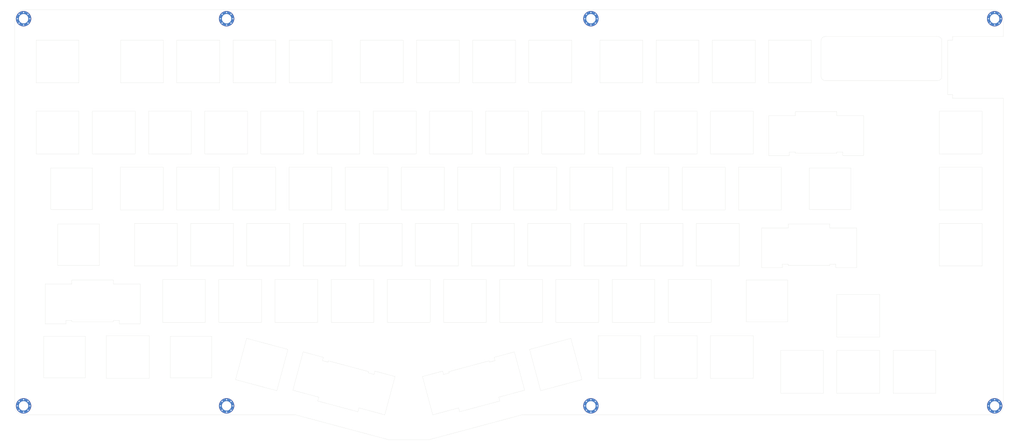
<source format=kicad_pcb>
(kicad_pcb (version 20211014) (generator pcbnew)
  (layers (0 "F.Cu" signal) (31 "B.Cu" signal) (34 "B.Paste" user) (35 "F.Paste" user) (36 "B.SilkS" user "B.Silkscreen") (37 "F.SilkS" user "F.Silkscreen") (38 "B.Mask" user) (39 "F.Mask" user) (44 "Edge.Cuts" user))
  (net 0 "")
  (net 1 "GND")
  (footprint "keyboard:MountingHole_3.2mm_M2_Pad_Via" (layer "F.Cu") (at 376.225 57.57)
    (fp_text reference "MountBaseMiddleTop7" hide)
    (fp_text value "MountingHole")
    (pad "1" thru_hole circle (at 1.49 -1.49) (size 0.7 0.7) (drill 0.4) (layers *.Cu *.Mask))
    (pad "1" thru_hole circle (at -1.49 1.49) (size 0.7 0.7) (drill 0.4) (layers *.Cu *.Mask))
    (pad "1" thru_hole circle (at 0 -2.1) (size 0.7 0.7) (drill 0.4) (layers *.Cu *.Mask))
    (pad "1" thru_hole circle (at 1.49 1.49) (size 0.7 0.7) (drill 0.4) (layers *.Cu *.Mask))
    (pad "1" thru_hole circle (at 0 2.1) (size 0.7 0.7) (drill 0.4) (layers *.Cu *.Mask))
    (pad "1" thru_hole circle (at -2.1 0) (size 0.7 0.7) (drill 0.4) (layers *.Cu *.Mask))
    (pad "1" thru_hole circle (at -1.49 -1.49) (size 0.7 0.7) (drill 0.4) (layers *.Cu *.Mask))
    (pad "1" thru_hole circle (at 2.1 0) (size 0.7 0.7) (drill 0.4) (layers *.Cu *.Mask))
    (pad "1" thru_hole circle (at 0 0) (size 5.2 5.2) (drill 3.2) (layers *.Cu *.Mask))
  )
  (footprint "keyboard:MountingHole_3.2mm_M2_Pad_Via" (layer "F.Cu") (at 115.831016 188.97)
    (fp_text reference "MountBaseMiddleTop4" hide)
    (fp_text value "MountingHole")
    (pad "1" thru_hole circle (at 0 0) (size 5.2 5.2) (drill 3.2) (layers *.Cu *.Mask))
    (pad "1" thru_hole circle (at -1.49 -1.49) (size 0.7 0.7) (drill 0.4) (layers *.Cu *.Mask))
    (pad "1" thru_hole circle (at -2.1 0) (size 0.7 0.7) (drill 0.4) (layers *.Cu *.Mask))
    (pad "1" thru_hole circle (at -1.49 1.49) (size 0.7 0.7) (drill 0.4) (layers *.Cu *.Mask))
    (pad "1" thru_hole circle (at 1.49 1.49) (size 0.7 0.7) (drill 0.4) (layers *.Cu *.Mask))
    (pad "1" thru_hole circle (at 1.49 -1.49) (size 0.7 0.7) (drill 0.4) (layers *.Cu *.Mask))
    (pad "1" thru_hole circle (at 0 2.1) (size 0.7 0.7) (drill 0.4) (layers *.Cu *.Mask))
    (pad "1" thru_hole circle (at 2.1 0) (size 0.7 0.7) (drill 0.4) (layers *.Cu *.Mask))
    (pad "1" thru_hole circle (at 0 -2.1) (size 0.7 0.7) (drill 0.4) (layers *.Cu *.Mask))
  )
  (footprint "keyboard:MountingHole_3.2mm_M2_Pad_Via" (layer "F.Cu") (at 47 188.97)
    (fp_text reference "MountBaseMiddleTop2" hide)
    (fp_text value "MountingHole")
    (pad "1" thru_hole circle (at -2.1 0) (size 0.7 0.7) (drill 0.4) (layers *.Cu *.Mask))
    (pad "1" thru_hole circle (at 0 2.1) (size 0.7 0.7) (drill 0.4) (layers *.Cu *.Mask))
    (pad "1" thru_hole circle (at 1.49 1.49) (size 0.7 0.7) (drill 0.4) (layers *.Cu *.Mask))
    (pad "1" thru_hole circle (at 2.1 0) (size 0.7 0.7) (drill 0.4) (layers *.Cu *.Mask))
    (pad "1" thru_hole circle (at 0 0) (size 5.2 5.2) (drill 3.2) (layers *.Cu *.Mask))
    (pad "1" thru_hole circle (at -1.49 -1.49) (size 0.7 0.7) (drill 0.4) (layers *.Cu *.Mask))
    (pad "1" thru_hole circle (at 1.49 -1.49) (size 0.7 0.7) (drill 0.4) (layers *.Cu *.Mask))
    (pad "1" thru_hole circle (at 0 -2.1) (size 0.7 0.7) (drill 0.4) (layers *.Cu *.Mask))
    (pad "1" thru_hole circle (at -1.49 1.49) (size 0.7 0.7) (drill 0.4) (layers *.Cu *.Mask))
  )
  (footprint "keyboard:MountingHole_3.2mm_M2_Pad_Via" (layer "F.Cu") (at 239.343984 188.97)
    (fp_text reference "MountBaseMiddleTop6" hide)
    (fp_text value "MountingHole")
    (pad "1" thru_hole circle (at 0 -2.1) (size 0.7 0.7) (drill 0.4) (layers *.Cu *.Mask))
    (pad "1" thru_hole circle (at 0 0) (size 5.2 5.2) (drill 3.2) (layers *.Cu *.Mask))
    (pad "1" thru_hole circle (at 0 2.1) (size 0.7 0.7) (drill 0.4) (layers *.Cu *.Mask))
    (pad "1" thru_hole circle (at -1.49 1.49) (size 0.7 0.7) (drill 0.4) (layers *.Cu *.Mask))
    (pad "1" thru_hole circle (at 1.49 -1.49) (size 0.7 0.7) (drill 0.4) (layers *.Cu *.Mask))
    (pad "1" thru_hole circle (at -1.49 -1.49) (size 0.7 0.7) (drill 0.4) (layers *.Cu *.Mask))
    (pad "1" thru_hole circle (at 1.49 1.49) (size 0.7 0.7) (drill 0.4) (layers *.Cu *.Mask))
    (pad "1" thru_hole circle (at 2.1 0) (size 0.7 0.7) (drill 0.4) (layers *.Cu *.Mask))
    (pad "1" thru_hole circle (at -2.1 0) (size 0.7 0.7) (drill 0.4) (layers *.Cu *.Mask))
  )
  (footprint "keyboard:MountingHole_3.2mm_M2_Pad_Via" (layer "F.Cu") (at 47 57.57)
    (fp_text reference "MountBaseMiddleTop1" hide)
    (fp_text value "MountingHole")
    (pad "1" thru_hole circle (at 1.49 -1.49) (size 0.7 0.7) (drill 0.4) (layers *.Cu *.Mask))
    (pad "1" thru_hole circle (at 0 2.1) (size 0.7 0.7) (drill 0.4) (layers *.Cu *.Mask))
    (pad "1" thru_hole circle (at -1.49 -1.49) (size 0.7 0.7) (drill 0.4) (layers *.Cu *.Mask))
    (pad "1" thru_hole circle (at 1.49 1.49) (size 0.7 0.7) (drill 0.4) (layers *.Cu *.Mask))
    (pad "1" thru_hole circle (at 2.1 0) (size 0.7 0.7) (drill 0.4) (layers *.Cu *.Mask))
    (pad "1" thru_hole circle (at 0 0) (size 5.2 5.2) (drill 3.2) (layers *.Cu *.Mask))
    (pad "1" thru_hole circle (at -2.1 0) (size 0.7 0.7) (drill 0.4) (layers *.Cu *.Mask))
    (pad "1" thru_hole circle (at -1.49 1.49) (size 0.7 0.7) (drill 0.4) (layers *.Cu *.Mask))
    (pad "1" thru_hole circle (at 0 -2.1) (size 0.7 0.7) (drill 0.4) (layers *.Cu *.Mask))
  )
  (footprint "keyboard:MountingHole_3.2mm_M2_Pad_Via" (layer "F.Cu") (at 115.831016 57.57)
    (fp_text reference "MountBaseMiddleTop3" hide)
    (fp_text value "MountingHole")
    (pad "1" thru_hole circle (at -2.1 0) (size 0.7 0.7) (drill 0.4) (layers *.Cu *.Mask))
    (pad "1" thru_hole circle (at 1.49 1.49) (size 0.7 0.7) (drill 0.4) (layers *.Cu *.Mask))
    (pad "1" thru_hole circle (at 0 2.1) (size 0.7 0.7) (drill 0.4) (layers *.Cu *.Mask))
    (pad "1" thru_hole circle (at 0 -2.1) (size 0.7 0.7) (drill 0.4) (layers *.Cu *.Mask))
    (pad "1" thru_hole circle (at -1.49 1.49) (size 0.7 0.7) (drill 0.4) (layers *.Cu *.Mask))
    (pad "1" thru_hole circle (at 0 0) (size 5.2 5.2) (drill 3.2) (layers *.Cu *.Mask))
    (pad "1" thru_hole circle (at -1.49 -1.49) (size 0.7 0.7) (drill 0.4) (layers *.Cu *.Mask))
    (pad "1" thru_hole circle (at 1.49 -1.49) (size 0.7 0.7) (drill 0.4) (layers *.Cu *.Mask))
    (pad "1" thru_hole circle (at 2.1 0) (size 0.7 0.7) (drill 0.4) (layers *.Cu *.Mask))
  )
  (footprint "keyboard:MountingHole_3.2mm_M2_Pad_Via" (layer "F.Cu") (at 239.343984 57.57)
    (fp_text reference "MountBaseMiddleTop5" hide)
    (fp_text value "MountingHole")
    (pad "1" thru_hole circle (at 0 2.1) (size 0.7 0.7) (drill 0.4) (layers *.Cu *.Mask))
    (pad "1" thru_hole circle (at 1.49 1.49) (size 0.7 0.7) (drill 0.4) (layers *.Cu *.Mask))
    (pad "1" thru_hole circle (at 1.49 -1.49) (size 0.7 0.7) (drill 0.4) (layers *.Cu *.Mask))
    (pad "1" thru_hole circle (at -1.49 -1.49) (size 0.7 0.7) (drill 0.4) (layers *.Cu *.Mask))
    (pad "1" thru_hole circle (at 2.1 0) (size 0.7 0.7) (drill 0.4) (layers *.Cu *.Mask))
    (pad "1" thru_hole circle (at 0 -2.1) (size 0.7 0.7) (drill 0.4) (layers *.Cu *.Mask))
    (pad "1" thru_hole circle (at -1.49 1.49) (size 0.7 0.7) (drill 0.4) (layers *.Cu *.Mask))
    (pad "1" thru_hole circle (at -2.1 0) (size 0.7 0.7) (drill 0.4) (layers *.Cu *.Mask))
    (pad "1" thru_hole circle (at 0 0) (size 5.2 5.2) (drill 3.2) (layers *.Cu *.Mask))
  )
  (footprint "keyboard:MountingHole_3.2mm_M2_Pad_Via" (layer "F.Cu") (at 376.225 188.97)
    (fp_text reference "MountBaseMiddleTop8" hide)
    (fp_text value "MountingHole")
    (pad "1" thru_hole circle (at -1.49 1.49) (size 0.7 0.7) (drill 0.4) (layers *.Cu *.Mask))
    (pad "1" thru_hole circle (at 0 2.1) (size 0.7 0.7) (drill 0.4) (layers *.Cu *.Mask))
    (pad "1" thru_hole circle (at 0 -2.1) (size 0.7 0.7) (drill 0.4) (layers *.Cu *.Mask))
    (pad "1" thru_hole circle (at 1.49 -1.49) (size 0.7 0.7) (drill 0.4) (layers *.Cu *.Mask))
    (pad "1" thru_hole circle (at 2.1 0) (size 0.7 0.7) (drill 0.4) (layers *.Cu *.Mask))
    (pad "1" thru_hole circle (at -2.1 0) (size 0.7 0.7) (drill 0.4) (layers *.Cu *.Mask))
    (pad "1" thru_hole circle (at -1.49 -1.49) (size 0.7 0.7) (drill 0.4) (layers *.Cu *.Mask))
    (pad "1" thru_hole circle (at 0 0) (size 5.2 5.2) (drill 3.2) (layers *.Cu *.Mask))
    (pad "1" thru_hole circle (at 1.49 1.49) (size 0.7 0.7) (drill 0.4) (layers *.Cu *.Mask))
  )
  (gr_line (start 170.55 107.995) (end 170.55 122.495) (layer "Edge.Cuts") (width 0.05))
  (gr_line (start 203.8875 160.595) (end 189.3875 160.595) (layer "Edge.Cuts") (width 0.05))
  (gr_line (start 89.375 88.945) (end 103.875 88.945) (layer "Edge.Cuts") (width 0.05))
  (gr_line (start 156.05 107.995) (end 170.55 107.995) (layer "Edge.Cuts") (width 0.05))
  (gr_line (start 360.35 64.845) (end 360.35 83.345) (layer "Edge.Cuts") (width 0.05))
  (gr_line (start 156.2625 141.545) (end 141.7625 141.545) (layer "Edge.Cuts") (width 0.05))
  (gr_line (start 137.2125 141.545) (end 122.7125 141.545) (layer "Edge.Cuts") (width 0.05))
  (gr_line (start 67.96 165.35) (end 67.96 179.45) (layer "Edge.Cuts") (width 0.05))
  (gr_line (start 180.225 64.845) (end 194.725 64.845) (layer "Edge.Cuts") (width 0.05))
  (gr_line (start 170.3375 146.095) (end 184.8375 146.095) (layer "Edge.Cuts") (width 0.05))
  (gr_line (start 314.075 64.845) (end 314.075 79.345) (layer "Edge.Cuts") (width 0.05))
  (gr_line (start 213.4125 141.545) (end 198.9125 141.545) (layer "Edge.Cuts") (width 0.05))
  (gr_line (start 232.55331 166.063814) (end 236.306186 180.069738) (layer "Edge.Cuts") (width 0.05))
  (gr_line (start 357.45 141.545) (end 357.45 127.045) (layer "Edge.Cuts") (width 0.05))
  (gr_line (start 127.475 103.445) (end 127.475 88.945) (layer "Edge.Cuts") (width 0.05))
  (gr_line (start 251.5125 127.045) (end 251.5125 141.545) (layer "Edge.Cuts") (width 0.05))
  (gr_line (start 160.334777 190.972937) (end 146.715223 187.323588) (layer "Edge.Cuts") (width 0.05))
  (gr_line (start 241.775 165.145) (end 256.275 165.145) (layer "Edge.Cuts") (width 0.05))
  (gr_line (start 356.85 78.595) (end 318.85 78.595) (layer "Edge.Cuts") (width 0.05))
  (gr_line (start 132.45 122.495) (end 117.95 122.495) (layer "Edge.Cuts") (width 0.05))
  (gr_line (start 89.5875 179.645) (end 75.0875 179.645) (layer "Edge.Cuts") (width 0.05))
  (gr_line (start 194.725 64.845) (end 194.725 79.345) (layer "Edge.Cuts") (width 0.05))
  (gr_line (start 322.7375 151.145) (end 337.2375 151.145) (layer "Edge.Cuts") (width 0.05))
  (gr_line (start 280.0875 160.595) (end 265.5875 160.595) (layer "Edge.Cuts") (width 0.05))
  (gr_line (start 218.175 103.445) (end 203.675 103.445) (layer "Edge.Cuts") (width 0.05))
  (gr_line (start 89.375 103.445) (end 89.375 88.945) (layer "Edge.Cuts") (width 0.05))
  (gr_line (start 279.875 88.945) (end 294.375 88.945) (layer "Edge.Cuts") (width 0.05))
  (gr_line (start 44 188.97) (end 44 57.57) (layer "Edge.Cuts") (width 0.05))
  (gr_line (start 203.675 103.445) (end 203.675 88.945) (layer "Edge.Cuts") (width 0.05))
  (gr_line (start 198.9125 141.545) (end 198.9125 127.045) (layer "Edge.Cuts") (width 0.05))
  (gr_line (start 371.95 103.445) (end 357.45 103.445) (layer "Edge.Cuts") (width 0.05))
  (gr_line (start 280.525 79.345) (end 280.525 64.845) (layer "Edge.Cuts") (width 0.05))
  (gr_line (start 297.18975 128.6054) (end 306.2675 128.6054) (layer "Edge.Cuts") (width 0.05))
  (gr_line (start 306.65 103.9674) (end 299.57 103.9674) (layer "Edge.Cuts") (width 0.05))
  (gr_line (start 306.2675 140.899) (end 304.26875 140.899) (layer "Edge.Cuts") (width 0.05))
  (gr_line (start 165.575 103.445) (end 165.575 88.945) (layer "Edge.Cuts") (width 0.05))
  (gr_line (start 295.025 64.845) (end 295.025 79.345) (layer "Edge.Cuts") (width 0.05))
  (gr_line (start 108.6375 146.095) (end 108.6375 160.595) (layer "Edge.Cuts") (width 0.05))
  (gr_line (start 313.415 122.3) (end 313.415 108.2) (layer "Edge.Cuts") (width 0.05))
  (gr_line (start 122.925 103.445) (end 108.425 103.445) (layer "Edge.Cuts") (width 0.05))
  (gr_line (start 180.075 88.945) (end 180.075 103.445) (layer "Edge.Cuts") (width 0.05))
  (gr_line (start 51.275 64.845) (end 65.775 64.845) (layer "Edge.Cuts") (width 0.05))
  (gr_line (start 237.0125 127.045) (end 251.5125 127.045) (layer "Edge.Cuts") (width 0.05))
  (gr_line (start 184.8375 146.095) (end 184.8375 160.595) (layer "Edge.Cuts") (width 0.05))
  (gr_line (start 70.325 103.445) (end 70.325 88.945) (layer "Edge.Cuts") (width 0.05))
  (gr_line (start 379.225 57.57) (end 379.225 63.595) (layer "Edge.Cuts") (width 0.05))
  (gr_line (start 242.425 79.345) (end 242.425 64.845) (layer "Edge.Cuts") (width 0.05))
  (gr_line (start 256.0625 127.045) (end 270.5625 127.045) (layer "Edge.Cuts") (width 0.05))
  (gr_line (start 275.1125 141.545) (end 275.1125 127.045) (layer "Edge.Cuts") (width 0.05))
  (gr_line (start 58.62 141.35) (end 58.62 127.25) (layer "Edge.Cuts") (width 0.05))
  (gr_line (start 275.325 88.945) (end 275.325 103.445) (layer "Edge.Cuts") (width 0.05))
  (gr_line (start 151.575 79.345) (end 137.075 79.345) (layer "Edge.Cuts") (width 0.05))
  (gr_line (start 86.56125 161.1174) (end 86.56025 147.6554) (layer "Edge.Cuts") (width 0.05))
  (gr_line (start 327.515 122.3) (end 313.415 122.3) (layer "Edge.Cuts") (width 0.05))
  (gr_line (start 218.325 79.345) (end 218.325 64.845) (layer "Edge.Cuts") (width 0.05))
  (gr_line (start 322.75 102.799) (end 324.75 102.799) (layer "Edge.Cuts") (width 0.05))
  (gr_line (start 53.86 179.45) (end 53.86 165.35) (layer "Edge.Cuts") (width 0.05))
  (gr_line (start 199.125 88.945) (end 199.125 103.445) (layer "Edge.Cuts") (width 0.05))
  (gr_line (start 163.867398 177.789015) (end 163.984125 177.353383) (layer "Edge.Cuts") (width 0.05))
  (gr_line (start 132.2375 160.595) (end 132.2375 146.095) (layer "Edge.Cuts") (width 0.05))
  (gr_line (start 241.775 88.945) (end 256.275 88.945) (layer "Edge.Cuts") (width 0.05))
  (gr_line (start 156.2625 127.045) (end 156.2625 141.545) (layer "Edge.Cuts") (width 0.05))
  (gr_line (start 103.875 88.945) (end 103.875 103.445) (layer "Edge.Cuts") (width 0.05))
  (gr_line (start 137.075 79.345) (end 137.075 64.845) (layer "Edge.Cuts") (width 0.05))
  (gr_line (start 75.0875 165.145) (end 89.5875 165.145) (layer "Edge.Cuts") (width 0.05))
  (gr_line (start 308.65 102.799) (end 306.65 102.799) (layer "Edge.Cuts") (width 0.05))
  (gr_line (start 256.275 179.645) (end 241.775 179.645) (layer "Edge.Cuts") (width 0.05))
  (gr_line (start 361.95 63.595) (end 379.225 63.595) (layer "Edge.Cuts") (width 0.05))
  (gr_line (start 175.3125 127.045) (end 175.3125 141.545) (layer "Edge.Cuts") (width 0.05))
  (gr_line (start 208.459777 187.323589) (end 194.840223 190.972937) (layer "Edge.Cuts") (width 0.05))
  (gr_line (start 261.0375 160.595) (end 246.5375 160.595) (layer "Edge.Cuts") (width 0.05))
  (gr_line (start 84.825 88.945) (end 84.825 103.445) (layer "Edge.Cuts") (width 0.05))
  (gr_line (start 132.874738 183.822614) (end 118.868814 180.069738) (layer "Edge.Cuts") (width 0.05))
  (gr_line (start 103.875 103.445) (end 89.375 103.445) (layer "Edge.Cuts") (width 0.05))
  (gr_line (start 113.475 64.845) (end 113.475 79.345) (layer "Edge.Cuts") (width 0.05))
  (gr_line (start 208.65 107.995) (end 208.65 122.495) (layer "Edge.Cuts") (width 0.05))
  (gr_line (start 320.3675 140.899) (end 322.36875 140.899) (layer "Edge.Cuts") (width 0.05))
  (gr_line (start 175.1 122.495) (end 175.1 107.995) (layer "Edge.Cuts") (width 0.05))
  (gr_line (start 317.35 77.095) (end 317.35 65.095) (layer "Edge.Cuts") (width 0.05))
  (gr_line (start 256.925 79.345) (end 242.425 79.345) (layer "Edge.Cuts") (width 0.05))
  (gr_line (start 89.5875 165.145) (end 89.5875 179.645) (layer "Edge.Cuts") (width 0.05))
  (gr_line (start 232.825 79.345) (end 218.325 79.345) (layer "Edge.Cuts") (width 0.05))
  (gr_line (start 379.225 84.595) (end 379.225 188.97) (layer "Edge.Cuts") (width 0.05))
  (gr_line (start 146.525 103.445) (end 146.525 88.945) (layer "Edge.Cuts") (width 0.05))
  (gr_line (start 110.8225 179.45) (end 96.7225 179.45) (layer "Edge.Cuts") (width 0.05))
  (gr_line (start 320.3675 127.25) (end 320.3675 128.6054) (layer "Edge.Cuts") (width 0.05))
  (gr_line (start 246.75 107.995) (end 246.75 122.495) (layer "Edge.Cuts") (width 0.05))
  (gr_line (start 232.25 107.995) (end 246.75 107.995) (layer "Edge.Cuts") (width 0.05))
  (gr_line (start 314.075 79.345) (end 299.575 79.345) (layer "Edge.Cuts") (width 0.05))
  (gr_line (start 322.36875 142.0674) (end 329.44875 142.0674) (layer "Edge.Cuts") (width 0.05))
  (gr_line (start 63.38 159.949) (end 61.38125 159.949) (layer "Edge.Cuts") (width 0.05))
  (gr_line (start 371.95 107.995) (end 371.95 122.495) (layer "Edge.Cuts") (width 0.05))
  (gr_line (start 208.4375 146.095) (end 222.9375 146.095) (layer "Edge.Cuts") (width 0.05))
  (gr_line (start 189.6 122.495) (end 175.1 122.495) (layer "Edge.Cuts") (width 0.05))
  (gr_line (start 371.95 127.045) (end 371.95 141.545) (layer "Edge.Cuts") (width 0.05))
  (gr_line (start 189.6 107.995) (end 189.6 122.495) (layer "Edge.Cuts") (width 0.05))
  (gr_line (start 170.75857 200.469915) (end 184.41643 200.469915) (layer "Edge.Cuts") (width 0.05))
  (gr_line (start 291.9825 146.3) (end 306.0825 146.3) (layer "Edge.Cuts") (width 0.05))
  (gr_line (start 357.45 122.495) (end 357.45 107.995) (layer "Edge.Cuts") (width 0.05))
  (gr_line (start 127.6875 160.595) (end 113.1875 160.595) (layer "Edge.Cuts") (width 0.05))
  (gr_line (start 163.867398 177.789015) (end 165.79925 178.306653) (layer "Edge.Cuts") (width 0.05))
  (gr_line (start 227.4875 160.595) (end 227.4875 146.095) (layer "Edge.Cuts") (width 0.05))
  (gr_line (start 213.395359 170.661002) (end 216.878615 183.664555) (layer "Edge.Cuts") (width 0.05))
  (gr_line (start 132.525 64.845) (end 132.525 79.345) (layer "Edge.Cuts") (width 0.05))
  (gr_line (start 357.45 127.045) (end 371.95 127.045) (layer "Edge.Cuts") (width 0.05))
  (gr_line (start 275.975 64.845) (end 275.975 79.345) (layer "Edge.Cuts") (width 0.05))
  (gr_arc (start 358.35 77.095) (mid 357.91066 78.15566) (end 356.85 78.595) (layer "Edge.Cuts") (width 0.05))
  (gr_line (start 148.618396 172.493441) (end 148.315992 173.622028) (layer "Edge.Cuts") (width 0.05))
  (gr_line (start 306.0825 160.4) (end 291.9825 160.4) (layer "Edge.Cuts") (width 0.05))
  (gr_line (start 289.6125 141.545) (end 275.1125 141.545) (layer "Edge.Cuts") (width 0.05))
  (gr_line (start 96.7225 165.35) (end 110.8225 165.35) (layer "Edge.Cuts") (width 0.05))
  (gr_line (start 117.95 107.995) (end 132.45 107.995) (layer "Edge.Cuts") (width 0.05))
  (gr_line (start 117.95 122.495) (end 117.95 107.995) (layer "Edge.Cuts") (width 0.05))
  (gr_line (start 77.48 159.949) (end 79.48125 159.949) (layer "Edge.Cuts") (width 0.05))
  (gr_line (start 65.775 103.445) (end 51.275 103.445) (layer "Edge.Cuts") (width 0.05))
  (gr_line (start 198.9125 127.045) (end 213.4125 127.045) (layer "Edge.Cuts") (width 0.05))
  (gr_line (start 241.9875 146.095) (end 241.9875 160.595) (layer "Edge.Cuts") (width 0.05))
  (gr_line (start 357.45 103.445) (end 357.45 88.945) (layer "Edge.Cuts") (width 0.05))
  (gr_line (start 70.34 108.2) (end 70.34 122.3) (layer "Edge.Cuts") (width 0.05))
  (gr_line (start 182.234591 179.010505) (end 185.719779 192.013539) (layer "Edge.Cuts") (width 0.05))
  (gr_line (start 136.627614 169.81669) (end 132.874738 183.822614) (layer "Edge.Cuts") (width 0.05))
  (gr_line (start 170.3375 160.595) (end 170.3375 146.095) (layer "Edge.Cuts") (width 0.05))
  (gr_line (start 294.375 103.445) (end 279.875 103.445) (layer "Edge.Cuts") (width 0.05))
  (gr_line (start 194.840223 190.972937) (end 194.48942 189.663721) (layer "Edge.Cuts") (width 0.05))
  (gr_line (start 270.35 107.995) (end 284.85 107.995) (layer "Edge.Cuts") (width 0.05))
  (gr_line (start 79.925 79.345) (end 79.925 64.845) (layer "Edge.Cuts") (width 0.05))
  (gr_line (start 72.72 127.25) (end 72.72 141.35) (layer "Edge.Cuts") (width 0.05))
  (gr_line (start 227.7 122.495) (end 213.2 122.495) (layer "Edge.Cuts") (width 0.05))
  (gr_arc (start 356.85 63.595) (mid 357.91066 64.03434) (end 358.35 65.095) (layer "Edge.Cuts") (width 0.05))
  (gr_line (start 371.95 88.945) (end 371.95 103.445) (layer "Edge.Cuts") (width 0.05))
  (gr_line (start 241.775 179.645) (end 241.775 165.145) (layer "Edge.Cuts") (width 0.05))
  (gr_line (start 113.1875 160.595) (end 113.1875 146.095) (layer "Edge.Cuts") (width 0.05))
  (gr_line (start 165.575 88.945) (end 180.075 88.945) (layer "Edge.Cuts") (width 0.05))
  (gr_line (start 313.415 108.2) (end 327.515 108.2) (layer "Edge.Cuts") (width 0.05))
  (gr_line (start 222.9375 160.595) (end 208.4375 160.595) (layer "Edge.Cuts") (width 0.05))
  (gr_line (start 137 107.995) (end 151.5 107.995) (layer "Edge.Cuts") (width 0.05))
  (gr_line (start 199.275 64.845) (end 213.775 64.845) (layer "Edge.Cuts") (width 0.05))
  (gr_line (start 218.175 88.945) (end 218.175 103.445) (layer "Edge.Cuts") (width 0.05))
  (gr_line (start 103.6625 127.045) (end 118.1625 127.045) (layer "Edge.Cuts") (width 0.05))
  (gr_line (start 304.26875 140.899) (end 304.26875 142.0674) (layer "Edge.Cuts") (width 0.05))
  (gr_line (start 337.2375 165.645) (end 322.7375 165.645) (layer "Edge.Cuts") (width 0.05))
  (gr_line (start 94.425 79.345) (end 79.925 79.345) (layer "Edge.Cuts") (width 0.05))
  (gr_line (start 94.35 107.995) (end 94.35 122.495) (layer "Edge.Cuts") (width 0.05))
  (gr_line (start 54.30125 161.1174) (end 54.30225 147.6554) (layer "Edge.Cuts") (width 0.05))
  (gr_line (start 122.7125 141.545) (end 122.7125 127.045) (layer "Edge.Cuts") (width 0.05))
  (gr_line (start 304.26875 142.0674) (end 297.18875 142.0674) (layer "Edge.Cuts") (width 0.05))
  (gr_line (start 189.073346 177.178066) (end 182.234591 179.010505) (layer "Edge.Cuts") (width 0.05))
  (gr_line (start 213.775 79.345) (end 199.275 79.345) (layer "Edge.Cuts") (width 0.05))
  (gr_line (start 320.3675 141.35) (end 306.2675 141.35) (layer "Edge.Cuts") (width 0.05))
  (gr_line (start 216.138543 191.97) (end 376.225 191.97) (layer "Edge.Cuts") (width 0.05))
  (gr_line (start 194.15 107.995) (end 208.65 107.995) (layer "Edge.Cuts") (width 0.05))
  (gr_line (start 146.7375 160.595) (end 132.2375 160.595) (layer "Edge.Cuts") (width 0.05))
  (gr_line (start 331.829 90.5054) (end 322.75 90.5054) (layer "Edge.Cuts") (width 0.05))
  (gr_line (start 65.775 64.845) (end 65.775 79.345) (layer "Edge.Cuts") (width 0.05))
  (gr_line (start 232.825 64.845) (end 232.825 79.345) (layer "Edge.Cuts") (width 0.05))
  (gr_line (start 337.2375 151.145) (end 337.2375 165.645) (layer "Edge.Cuts") (width 0.05))
  (gr_line (start 137 122.495) (end 137 107.995) (layer "Edge.Cuts") (width 0.05))
  (gr_line (start 260.825 165.145) (end 275.325 165.145) (layer "Edge.Cuts") (width 0.05))
  (gr_line (start 284.85 122.495) (end 270.35 122.495) (layer "Edge.Cuts") (width 0.05))
  (gr_line (start 261.475 64.845) (end 275.975 64.845) (layer "Edge.Cuts") (width 0.05))
  (gr_line (start 242.425 64.845) (end 256.925 64.845) (layer "Edge.Cuts") (width 0.05))
  (gr_arc (start 318.85 78.595) (mid 317.78934 78.15566) (end 317.35 77.095) (layer "Edge.Cuts") (width 0.05))
  (gr_line (start 256.275 88.945) (end 256.275 103.445) (layer "Edge.Cuts") (width 0.05))
  (gr_line (start 275.325 103.445) (end 260.825 103.445) (layer "Edge.Cuts") (width 0.05))
  (gr_line (start 356.2875 184.695) (end 341.7875 184.695) (layer "Edge.Cuts") (width 0.05))
  (gr_line (start 67.96 179.45) (end 53.86 179.45) (layer "Edge.Cuts") (width 0.05))
  (gr_line (start 206.556604 172.493441) (end 213.395359 170.661002) (layer "Edge.Cuts") (width 0.05))
  (gr_line (start 70.34 122.3) (end 56.24 122.3) (layer "Edge.Cuts") (width 0.05))
  (gr_line (start 122.925 88.945) (end 122.925 103.445) (layer "Edge.Cuts") (width 0.05))
  (gr_line (start 65.775 79.345) (end 51.275 79.345) (layer "Edge.Cuts") (width 0.05))
  (gr_arc (start 47 191.97) (mid 44.87868 191.09132) (end 44 188.97) (layer "Edge.Cuts") (width 0.05))
  (gr_line (start 170.55 122.495) (end 156.05 122.495) (layer "Edge.Cuts") (width 0.05))
  (gr_line (start 141.975 88.945) (end 141.975 103.445) (layer "Edge.Cuts") (width 0.05))
  (gr_line (start 113.4 107.995) (end 113.4 122.495) (layer "Edge.Cuts") (width 0.05))
  (gr_line (start 227.7 107.995) (end 227.7 122.495) (layer "Edge.Cuts") (width 0.05))
  (gr_line (start 308.65 89.15) (end 322.75 89.15) (layer "Edge.Cuts") (width 0.05))
  (gr_line (start 361.95 84.595) (end 379.225 84.595) (layer "Edge.Cuts") (width 0.05))
  (gr_line (start 75.0875 179.645) (end 75.0875 165.145) (layer "Edge.Cuts") (width 0.05))
  (gr_line (start 306.2675 140.899) (end 306.2675 141.35) (layer "Edge.Cuts") (width 0.05))
  (gr_line (start 265.8 107.995) (end 265.8 122.495) (layer "Edge.Cuts") (width 0.05))
  (gr_line (start 189.073346 177.178066) (end 189.37575 178.306654) (layer "Edge.Cuts") (width 0.05))
  (gr_line (start 265.5875 160.595) (end 265.5875 146.095) (layer "Edge.Cuts") (width 0.05))
  (gr_line (start 79.48125 161.1174) (end 79.48125 159.949) (layer "Edge.Cuts") (width 0.05))
  (gr_line (start 113.4 122.495) (end 98.9 122.495) (layer "Edge.Cuts") (width 0.05))
  (gr_line (start 65.775 88.945) (end 65.775 103.445) (layer "Edge.Cuts") (width 0.05))
  (gr_line (start 303.6875 170.195) (end 318.1875 170.195) (layer "Edge.Cuts") (width 0.05))
  (gr_line (start 160.8125 127.045) (end 175.3125 127.045) (layer "Edge.Cuts") (width 0.05))
  (gr_line (start 72.72 141.35) (end 58.62 141.35) (layer "Edge.Cuts") (width 0.05))
  (gr_line (start 79.85 122.495) (end 79.85 107.995) (layer "Edge.Cuts") (width 0.05))
  (gr_line (start 337.2375 170.195) (end 337.2375 184.695) (layer "Edge.Cuts") (width 0.05))
  (gr_arc (start 379.225 188.97) (mid 378.34632 191.09132) (end 376.225 191.97) (layer "Edge.Cuts") (width 0.05))
  (gr_line (start 151.5 122.495) (end 137 122.495) (layer "Edge.Cuts") (width 0.05))
  (gr_line (start 308.65 102.799) (end 308.65 103.25) (layer "Edge.Cuts") (width 0.05))
  (gr_line (start 184.8375 160.595) (end 170.3375 160.595) (layer "Edge.Cuts") (width 0.05))
  (gr_line (start 299.57 103.9674) (end 299.571 90.5054) (layer "Edge.Cuts") (width 0.05))
  (gr_line (start 118.868814 180.069738) (end 122.62169 166.063814) (layer "Edge.Cuts") (width 0.05))
  (gr_line (start 299.571 90.5054) (end 308.65 90.5054) (layer "Edge.Cuts") (width 0.05))
  (gr_line (start 137.2125 127.045) (end 137.2125 141.545) (layer "Edge.Cuts") (width 0.05))
  (gr_line (start 208.65 122.495) (end 194.15 122.495) (layer "Edge.Cuts") (width 0.05))
  (gr_line (start 322.75 102.799) (end 322.75 103.25) (layer "Edge.Cuts") (width 0.05))
  (gr_line (start 361.95 83.345) (end 360.35 83.345) (layer "Edge.Cuts") (width 0.05))
  (gr_line (start 63.38 146.3) (end 63.38 147.6554) (layer "Edge.Cuts") (width 0.05))
  (gr_line (start 371.95 141.545) (end 357.45 141.545) (layer "Edge.Cuts") (width 0.05))
  (gr_line (start 222.9375 146.095) (end 222.9375 160.595) (layer "Edge.Cuts") (width 0.05))
  (gr_line (start 191.307602 177.789015) (end 191.190875 177.353383) (layer "Edge.Cuts") (width 0.05))
  (gr_line (start 175.3125 141.545) (end 160.8125 141.545) (layer "Edge.Cuts") (width 0.05))
  (gr_line (start 295.025 79.345) (end 280.525 79.345) (layer "Edge.Cuts") (width 0.05))
  (gr_line (start 79.48125 161.1174) (end 86.56125 161.1174) (layer "Edge.Cuts") (width 0.05))
  (gr_line (start 137.075 64.845) (end 151.575 64.845) (layer "Edge.Cuts") (width 0.05))
  (gr_line (start 327.515 108.2) (end 327.515 122.3) (layer "Edge.Cuts") (width 0.05))
  (gr_line (start 260.825 103.445) (end 260.825 88.945) (layer "Edge.Cuts") (width 0.05))
  (gr_line (start 98.9 122.495) (end 98.9 107.995) (layer "Edge.Cuts") (width 0.05))
  (gr_line (start 146.7375 146.095) (end 146.7375 160.595) (layer "Edge.Cuts") (width 0.05))
  (gr_line (start 84.825 103.445) (end 70.325 103.445) (layer "Edge.Cuts") (width 0.05))
  (gr_line (start 70.325 88.945) (end 84.825 88.945) (layer "Edge.Cuts") (width 0.05))
  (gr_line (start 165.7875 146.095) (end 165.7875 160.595) (layer "Edge.Cuts") (width 0.05))
  (gr_line (start 139.036457 191.97) (end 47 191.97) (layer "Edge.Cuts") (width 0.05))
  (gr_line (start 256.275 103.445) (end 241.775 103.445) (layer "Edge.Cuts") (width 0.05))
  (gr_line (start 203.8875 146.095) (end 203.8875 160.595) (layer "Edge.Cuts") (width 0.05))
  (gr_line (start 279.875 103.445) (end 279.875 88.945) (layer "Edge.Cuts") (width 0.05))
  (gr_line (start 139.036457 191.97) (end 170.75857 200.469915) (layer "Edge.Cuts") (width 0.05))
  (gr_line (start 118.025 64.845) (end 132.525 64.845) (layer "Edge.Cuts") (width 0.05))
  (gr_line (start 356.2875 170.195) (end 356.2875 184.695) (layer "Edge.Cuts") (width 0.05))
  (gr_line (start 232.25 122.495) (end 232.25 107.995) (layer "Edge.Cuts") (width 0.05))
  (gr_line (start 127.475 88.945) (end 141.975 88.945) (layer "Edge.Cuts") (width 0.05))
  (gr_line (start 141.779641 170.661002) (end 138.296385 183.664554) (layer "Edge.Cuts") (width 0.05))
  (gr_line (start 184.41643 200.469915) (end 216.138543 191.97) (layer "Edge.Cuts") (width 0.05))
  (gr_line (start 77.48 159.949) (end 77.48 160.4) (layer "Edge.Cuts") (width 0.05))
  (gr_line (start 194.3625 127.045) (end 194.3625 141.545) (layer "Edge.Cuts") (width 0.05))
  (gr_line (start 256.0625 141.545) (end 256.0625 127.045) (layer "Edge.Cuts") (width 0.05))
  (gr_line (start 122.7125 127.045) (end 137.2125 127.045) (layer "Edge.Cuts") (width 0.05))
  (gr_line (start 132.2375 146.095) (end 146.7375 146.095) (layer "Edge.Cuts") (width 0.05))
  (gr_line (start 172.940409 179.010504) (end 169.455221 192.013539) (layer "Edge.Cuts") (width 0.05))
  (gr_line (start 241.775 103.445) (end 241.775 88.945) (layer "Edge.Cuts") (width 0.05))
  (gr_line (start 208.4375 160.595) (end 208.4375 146.095) (layer "Edge.Cuts") (width 0.05))
  (gr_line (start 204.927156 174.139667) (end 206.859008 173.622029) (layer "Edge.Cuts") (width 0.05))
  (gr_line (start 156.05 122.495) (end 156.05 107.995) (layer "Edge.Cuts") (width 0.05))
  (gr_line (start 275.1125 127.045) (end 289.6125 127.045) (layer "Edge.Cuts") (width 0.05))
  (gr_line (start 113.475 79.345) (end 98.975 79.345) (layer "Edge.Cuts") (width 0.05))
  (gr_line (start 118.1625 127.045) (end 118.1625 141.545) (layer "Edge.Cuts") (width 0.05))
  (gr_line (start 184.625 103.445) (end 184.625 88.945) (layer "Edge.Cuts") (width 0.05))
  (gr_line (start 361.95 83.345) (end 361.95 84.595) (layer "Edge.Cuts") (width 0.05))
  (gr_line (start 303.9 122.495) (end 289.4 122.495) (layer "Edge.Cuts") (width 0.05))
  (gr_line (start 132.525 79.345) (end 118.025 79.345) (layer "Edge.Cuts") (width 0.05))
  (gr_line (start 329.44775 128.6054) (end 320.3675 128.6054) (layer "Edge.Cuts") (width 0.05))
  (gr_line (start 297.18875 142.0674) (end 297.18975 128.6054) (layer "Edge.Cuts") (width 0.05))
  (gr_line (start 371.95 122.495) (end 357.45 122.495) (layer "Edge.Cuts") (width 0.05))
  (gr_line (start 213.2 122.495) (end 213.2 107.995) (layer "Edge.Cuts") (width 0.05))
  (gr_arc (start 317.35 65.095) (mid 317.78934 64.03434) (end 318.85 63.595) (layer "Edge.Cuts") (width 0.05))
  (gr_line (start 175.675 79.345) (end 161.175 79.345) (layer "Edge.Cuts") (width 0.05))
  (gr_line (start 151.5 107.995) (end 151.5 122.495) (layer "Edge.Cuts") (width 0.05))
  (gr_line (start 151.2875 160.595) (end 151.2875 146.095) (layer "Edge.Cuts") (width 0.05))
  (gr_line (start 94.35 122.495) (end 79.85 122.495) (layer "Edge.Cuts") (width 0.05))
  (gr_line (start 237.0125 141.545) (end 237.0125 127.045) (layer "Edge.Cuts") (width 0.05))
  (gr_line (start 51.275 79.345) (end 51.275 64.845) (layer "Edge.Cuts") (width 0.05))
  (gr_line (start 246.75 122.495) (end 232.25 122.495) (layer "Edge.Cuts") (width 0.05))
  (gr_line (start 146.715223 187.323588) (end 147.066026 186.014372) (layer "Edge.Cuts") (width 0.05))
  (gr_line (start 357.45 88.945) (end 371.95 88.945) (layer "Edge.Cuts") (width 0.05))
  (gr_line (start 256.275 165.145) (end 256.275 179.645) (layer "Edge.Cuts") (width 0.05))
  (gr_line (start 118.1625 141.545) (end 103.6625 141.545) (layer "Edge.Cuts") (width 0.05))
  (gr_line (start 165.79925 178.306653) (end 166.101654 177.178065) (layer "Edge.Cuts") (width 0.05))
  (gr_line (start 108.425 88.945) (end 122.925 88.945) (layer "Edge.Cuts") (width 0.05))
  (gr_line (start 270.5625 127.045) (end 270.5625 141.545) (layer "Edge.Cuts") (width 0.05))
  (gr_line (start 232.4625 127.045) (end 232.4625 141.545) (layer "Edge.Cuts") (width 0.05))
  (gr_line (start 63.38 159.949) (end 63.38 160.4) (layer "Edge.Cuts") (width 0.05))
  (gr_arc (start 44 57.57) (mid 44.87868 55.44868) (end 47 54.57) (layer "Edge.Cuts") (width 0.05))
  (gr_line (start 108.6375 160.595) (end 94.1375 160.595) (layer "Edge.Cuts") (width 0.05))
  (gr_line (start 99.1125 127.045) (end 99.1125 141.545) (layer "Edge.Cuts") (width 0.05))
  (gr_line (start 213.4125 127.045) (end 213.4125 141.545) (layer "Edge.Cuts") (width 0.05))
  (gr_line (start 213.775 64.845) (end 213.775 79.345) (layer "Edge.Cuts") (width 0.05))
  (gr_line (start 77.48 160.4) (end 63.38 160.4) (layer "Edge.Cuts") (width 0.05))
  (gr_line (start 261.475 79.345) (end 261.475 64.845) (layer "Edge.Cuts") (width 0.05))
  (gr_line (start 203.675 88.945) (end 218.175 88.945) (layer "Edge.Cuts") (width 0.05))
  (gr_line (start 51.275 103.445) (end 51.275 88.945) (layer "Edge.Cuts") (width 0.05))
  (gr_line (start 122.62169 166.063814) (end 136.627614 169.81669) (layer "Edge.Cuts") (width 0.05))
  (gr_line (start 222.725 88.945) (end 237.225 88.945) (layer "Edge.Cuts") (width 0.05))
  (gr_line (start 216.878615 183.664555) (end 208.108974 186.014373) (layer "Edge.Cuts") (width 0.05))
  (gr_line (start 306.2675 127.25) (end 306.2675 128.6054) (layer "Edge.Cuts") (width 0.05))
  (gr_line (start 103.6625 141.545) (end 103.6625 127.045) (layer "Edge.Cuts") (width 0.05))
  (gr_line (start 337.2375 184.695) (end 322.7375 184.695) (layer "Edge.Cuts") (width 0.05))
  (gr_line (start 148.618396 172.493441) (end 141.779641 170.661002) (layer "Edge.Cuts") (width 0.05))
  (gr_line (start 306.2675 127.25) (end 320.3675 127.25) (layer "Edge.Cuts") (width 0.05))
  (gr_line (start 146.525 88.945) (end 161.025 88.945) (layer "Edge.Cuts") (width 0.05))
  (gr_line (start 322.7375 184.695) (end 322.7375 170.195) (layer "Edge.Cuts") (width 0.05))
  (gr_line (start 218.547386 169.81669) (end 232.55331 166.063814) (layer "Edge.Cuts") (width 0.05))
  (gr_line (start 160.334777 190.972937) (end 160.68558 189.663721) (layer "Edge.Cuts") (width 0.05))
  (gr_line (start 94.425 64.845) (end 94.425 79.345) (layer "Edge.Cuts") (width 0.05))
  (gr_line (start 194.15 122.495) (end 194.15 107.995) (layer "Edge.Cuts") (width 0.05))
  (gr_line (start 322.75 89.15) (end 322.75 90.5054) (layer "Edge.Cuts") (width 0.05))
  (gr_line (start 241.9875 160.595) (end 227.4875 160.595) (layer "Edge.Cuts") (width 0.05))
  (gr_line (start 191.190875 177.353383) (end 204.810429 173.704034) (layer "Edge.Cuts") (width 0.05))
  (gr_line (start 58.62 127.25) (end 72.72 127.25) (layer "Edge.Cuts") (width 0.05))
  (gr_line (start 180.225 79.345) (end 180.225 64.845) (layer "Edge.Cuts") (width 0.05))
  (gr_line (start 270.35 122.495) (end 270.35 107.995) (layer "Edge.Cuts") (width 0.05))
  (gr_line (start 291.9825 160.4) (end 291.9825 146.3) (layer "Edge.Cuts") (width 0.05))
  (gr_line (start 256.925 64.845) (end 256.925 79.345) (layer "Edge.Cuts") (width 0.05))
  (gr_line (start 217.9625 141.545) (end 217.9625 127.045) (layer "Edge.Cuts") (width 0.05))
  (gr_line (start 151.575 64.845) (end 151.575 79.345) (layer "Edge.Cuts") (width 0.05))
  (gr_line (start 232.4625 141.545) (end 217.9625 141.545) (layer "Edge.Cuts") (width 0.05))
  (gr_line (start 308.65 89.15) (end 308.65 90.5054) (layer "Edge.Cuts") (width 0.05))
  (gr_line (start 110.8225 165.35) (end 110.8225 179.45) (layer "Edge.Cuts") (width 0.05))
  (gr_line (start 294.375 165.145) (end 294.375 179.645) (layer "Edge.Cuts") (width 0.05))
  (gr_line (start 191.307602 177.789015) (end 189.37575 178.306654) (layer "Edge.Cuts") (width 0.05))
  (gr_line (start 237.225 88.945) (end 237.225 103.445) (layer "Edge.Cuts") (width 0.05))
  (gr_line (start 284.85 107.995) (end 284.85 122.495) (layer "Edge.Cuts") (width 0.05))
  (gr_line (start 79.85 107.995) (end 94.35 107.995) (layer "Edge.Cuts") (width 0.05))
  (gr_line (start 47 54.57) (end 376.225 54.57) (layer "Edge.Cuts") (width 0.05))
  (gr_line (start 322.7375 165.645) (end 322.7375 151.145) (layer "Edge.Cuts") (width 0.05))
  (gr_line (start 299.575 64.845) (end 314.075 64.845) (layer "Edge.Cuts") (width 0.05))
  (gr_line (start 289.4 122.495) (end 289.4 107.995) (layer "Edge.Cuts") (width 0.05))
  (gr_line (start 246.5375 146.095) (end 261.0375 146.095) (layer "Edge.Cuts") (width 0.05))
  (gr_line (start 179.8625 141.545) (end 179.8625 127.045) (layer "Edge.Cuts") (width 0.05))
  (gr_line (start 113.1875 146.095) (end 127.6875 146.095) (layer "Edge.Cuts") (width 0.05))
  (gr_line (start 289.6125 127.045) (end 289.6125 141.545) (layer "Edge.Cuts") (width 0.05))
  (gr_line (start 318.1875 184.695) (end 303.6875 184.695) (layer "Edge.Cuts") (width 0.05))
  (gr_line (start 318.85 63.595) (end 356.85 63.595) (layer "Edge.Cuts") (width 0.05))
  (gr_line (start 270.5625 141.545) (end 256.0625 141.545) (layer "Edge.Cuts") (width 0.05))
  (gr_line (start 289.4 107.995) (end 303.9 107.995) (layer "Edge.Cuts") (width 0.05))
  (gr_line (start 98.9 107.995) (end 113.4 107.995) (layer "Edge.Cuts") (width 0.05))
  (gr_line (start 189.3875 146.095) (end 203.8875 146.095) (layer "Edge.Cuts") (width 0.05))
  (gr_line (start 265.5875 146.095) (end 280.0875 146.095) (layer "Edge.Cuts") (width 0.05))
  (gr_line (start 322.36875 142.0674) (end 322.36875 140.899) (layer "Edge.Cuts") (width 0.05))
  (gr_line (start 251.5125 141.545) (end 237.0125 141.545) (layer "Edge.Cuts") (width 0.05))
  (gr_line (start 213.2 107.995) (end 227.7 107.995) (layer "Edge.Cuts") (width 0.05))
  (gr_line (start 165.7875 160.595) (end 151.2875 160.595) (layer "Edge.Cuts") (width 0.05))
  (gr_line (start 61.38125 161.1174) (end 54.30125 161.1174) (layer "Edge.Cuts") (width 0.05))
  (gr_line (start 222.725 103.445) (end 222.725 88.945) (layer "Edge.Cuts") (width 0.05))
  (gr_line (start 306.0825 146.3) (end 306.0825 160.4) (layer "Edge.Cuts") (width 0.05))
  (gr_line (start 237.225 103.445) (end 222.725 103.445) (layer "Edge.Cuts") (width 0.05))
  (gr_line (start 217.9625 127.045) (end 232.4625 127.045) (layer "Edge.Cuts") (width 0.05))
  (gr_line (start 194.3625 141.545) (end 179.8625 141.545) (layer "Edge.Cuts") (width 0.05))
  (gr_line (start 184.625 88.945) (end 199.125 88.945) (layer "Edge.Cuts") (width 0.05))
  (gr_line (start 98.975 64.845) (end 113.475 64.845) (layer "Edge.Cuts") (width 0.05))
  (gr_line (start 341.7875 170.195) (end 356.2875 170.195) (layer "Edge.Cuts") (width 0.05))
  (gr_line (start 61.38125 159.949) (end 61.38125 161.1174) (layer "Edge.Cuts") (width 0.05))
  (gr_line (start 141.975 103.445) (end 127.475 103.445) (layer "Edge.Cuts") (width 0.05))
  (gr_line (start 280.0875 146.095) (end 280.0875 160.595) (layer "Edge.Cuts") (width 0.05))
  (gr_line (start 227.4875 146.095) (end 241.9875 146.095) (layer "Edge.Cuts") (width 0.05))
  (gr_line (start 306.65 102.799) (end 306.65 103.9674) (layer "Edge.Cuts") (width 0.05))
  (gr_line (start 63.38 146.3) (end 77.48 146.3) (layer "Edge.Cuts") (width 0.05))
  (gr_line (start 279.875 179.645) (end 279.875 165.145) (layer "Edge.Cuts") (width 0.05))
  (gr_line (start 141.7625 127.045) (end 156.2625 127.045) (layer "Edge.Cuts") (width 0.05))
  (gr_line (start 96.7225 179.45) (end 96.7225 165.35) (layer "Edge.Cuts") (width 0.05))
  (gr_line (start 118.025 79.345) (end 118.025 64.845) (layer "Edge.Cuts") (width 0.05))
  (gr_line (start 222.300262 183.822614) (end 218.547386 169.81669) (layer "Edge.Cuts") (width 0.05))
  (gr_line (start 86.56025 147.6554) (end 77.48 147.6554) (layer "Edge.Cuts") (width 0.05))
  (gr_line (start 150.247844 174.139667) (end 150.364571 173.704034) (layer "Edge.Cuts") (width 0.05))
  (gr_line (start 175.1 107.995) (end 189.6 107.995) (layer "Edge.Cuts") (width 0.05))
  (gr_line (start 161.175 79.345) (end 161.175 64.845) (layer "Edge.Cuts") (width 0.05))
  (gr_line (start 360.35 64.845) (end 361.95 64.845) (layer "Edge.Cuts") (width 0.05))
  (gr_line (start 208.459777 187.323589) (end 208.108974 186.014373) (layer "Edge.Cuts") (width 0.05))
  (gr_line (start 94.1375 160.595) (end 94.1375 146.095) (layer "Edge.Cuts") (width 0.05))
  (gr_line (start 320.3675 140.899) (end 320.3675 141.35) (layer "Edge.Cuts") (width 0.05))
  (gr_line (start 56.24 122.3) (end 56.24 108.2) (layer "Edge.Cuts") (width 0.05))
  (gr_line (start 265.8 122.495) (end 251.3 122.495) (layer "Edge.Cuts") (width 0.05))
  (gr_line (start 251.3 107.995) (end 265.8 107.995) (layer "Edge.Cuts") (width 0.05))
  (gr_line (start 303.9 107.995) (end 303.9 122.495) (layer "Edge.Cuts") (width 0.05))
  (gr_line (start 98.975 79.345) (end 98.975 64.845) (layer "Edge.Cuts") (width 0.05))
  (gr_line (start 175.675 64.845) (end 175.675 79.345) (layer "Edge.Cuts") (width 0.05))
  (gr_line (start 108.425 103.445) (end 108.425 88.945) (layer "Edge.Cuts") (width 0.05))
  (gr_line (start 275.975 79.345) (end 261.475 79.345) (layer "Edge.Cuts") (width 0.05))
  (gr_line (start 51.275 88.945) (end 65.775 88.945) (layer "Edge.Cuts") (width 0.05))
  (gr_line (start 303.6875 184.695) (end 303.6875 170.195) (layer "Edge.Cuts") (width 0.05))
  (gr_line (start 161.175 64.845) (end 175.675 64.845) (layer "Edge.Cuts") (width 0.05))
  (gr_line (start 160.8125 141.545) (end 160.8125 127.045) (layer "Edge.Cuts") (width 0.05))
  (gr_line (start 138.296385 183.664554) (end 147.066026 186.014372) (layer "Edge.Cuts") (width 0.05))
  (gr_line (start 318.1875 170.195) (end 318.1875 184.695) (layer "Edge.Cuts") (width 0.05))
  (gr_line (start 150.364571 173.704034) (end 163.984125 177.353383) (layer "Edge.Cuts") (width 0.05))
  (gr_line (start 275.325 165.145) (end 275.325 179.645) (layer "Edge.Cuts") (width 0.05))
  (gr_line (start 53.86 165.35) (end 67.96 165.35) (layer "Edge.Cuts") (width 0.05))
  (gr_line (start 322.7375 170.195) (end 337.2375 170.195) (layer "Edge.Cuts") (width 0.05))
  (gr_line (start 56.24 108.2) (end 70.34 108.2) (layer "Edge.Cuts") (width 0.05))
  (gr_line (start 204.927156 174.139667) (end 204.810429 173.704034) (layer "Edge.Cuts") (width 0.05))
  (gr_line (start 280.525 64.845) (end 295.025 64.845) (layer "Edge.Cuts") (width 0.05))
  (gr_line (start 77.48 146.3) (end 77.48 147.6554) (layer "Edge.Cuts") (width 0.05))
  (gr_line (start 260.825 88.945) (end 275.325 88.945) (layer "Edge.Cuts") (width 0.05))
  (gr_line (start 261.0375 146.095) (end 261.0375 160.595) (layer "Edge.Cuts") (width 0.05))
  (gr_line (start 132.45 107.995) (end 132.45 122.495) (layer "Edge.Cuts") (width 0.05))
  (gr_line (start 324.75 103.9674) (end 324.75 102.799) (layer "Edge.Cuts") (width 0.05))
  (gr_line (start 206.859008 173.622029) (end 206.556604 172.493441) (layer "Edge.Cuts") (width 0.05))
  (gr_line (start 279.875 165.145) (end 294.375 165.145) (layer "Edge.Cuts") (width 0.05))
  (gr_line (start 294.375 88.945) (end 294.375 103.445) (layer "Edge.Cuts") (width 0.05))
  (gr_line (start 161.025 88.945) (end 161.025 103.445) (layer "Edge.Cuts") (width 0.05))
  (gr_line (start 275.325 179.645) (end 260.825 179.645) (layer "Edge.Cuts") (width 0.05))
  (gr_line (start 179.8625 127.045) (end 194.3625 127.045) (layer "Edge.Cuts") (width 0.05))
  (gr_line (start 99.1125 141.545) (end 84.6125 141.545) (layer "Edge.Cuts") (width 0.05))
  (gr_line (start 166.101654 177.178065) (end 172.940409 179.010504) (layer "Edge.Cuts") (width 0.05))
  (gr_line (start 199.275 79.345) (end 199.275 64.845) (layer "Edge.Cuts") (width 0.05))
  (gr_line (start 218.325 64.845) (end 232.825 64.845) (layer "Edge.Cuts") (width 0.05))
  (gr_line (start 329.44875 142.0674) (end 329.44775 128.6054) (layer "Edge.Cuts") (width 0.05))
  (gr_line (start 331.83 103.9674) (end 331.829 90.5054) (layer "Edge.Cuts") (width 0.05))
  (gr_line (start 260.825 179.645) (end 260.825 165.145) (layer "Edge.Cuts") (width 0.05))
  (gr_line (start 294.375 179.645) (end 279.875 179.645) (layer "Edge.Cuts") (width 0.05))
  (gr_line (start 194.725 79.345) (end 180.225 79.345) (layer "Edge.Cuts") (width 0.05))
  (gr_line (start 358.35 65.095) (end 358.35 77.095) (layer "Edge.Cuts") (width 0.05))
  (gr_line (start 180.075 103.445) (end 165.575 103.445) (layer "Edge.Cuts") (width 0.05))
  (gr_line (start 246.5375 160.595) (end 246.5375 146.095) (layer "Edge.Cuts") (width 0.05))
  (gr_line (start 151.2875 146.095) (end 165.7875 146.095) (layer "Edge.Cuts") (width 0.05))
  (gr_line (start 161.025 103.445) (end 146.525 103.445) (layer "Edge.Cuts") (width 0.05))
  (gr_arc (start 376.225 54.57) (mid 378.34632 55.44868) (end 379.225 57.57) (layer "Edge.Cuts") (width 0.05))
  (gr_line (start 150.247844 174.139667) (end 148.315992 173.622028) (layer "Edge.Cuts") (width 0.05))
  (gr_line (start 94.1375 146.095) (end 108.6375 146.095) (layer "Edge.Cuts") (width 0.05))
  (gr_line (start 324.75 103.9674) (end 331.83 103.9674) (layer "Edge.Cuts") (width 0.05))
  (gr_line (start 357.45 107.995) (end 371.95 107.995) (layer "Edge.Cuts") (width 0.05))
  (gr_line (start 79.925 64.845) (end 94.425 64.845) (layer "Edge.Cuts") (width 0.05))
  (gr_line (start 322.75 103.25) (end 308.65 103.25) (layer "Edge.Cuts") (width 0.05))
  (gr_line (start 251.3 122.495) (end 251.3 107.995) (layer "Edge.Cuts") (width 0.05))
  (gr_line (start 169.455221 192.013539) (end 160.68558 189.663721) (layer "Edge.Cuts") (width 0.05))
  (gr_line (start 141.7625 141.545) (end 141.7625 127.045) (layer "Edge.Cuts") (width 0.05))
  (gr_line (start 54.30225 147.6554) (end 63.38 147.6554) (layer "Edge.Cuts") (width 0.05))
  (gr_line (start 185.719779 192.013539) (end 194.48942 189.663721) (layer "Edge.Cuts") (width 0.05))
  (gr_line (start 84.6125 127.045) (end 99.1125 127.045) (layer "Edge.Cuts") (width 0.05))
  (gr_line (start 84.6125 141.545) (end 84.6125 127.045) (layer "Edge.Cuts") (width 0.05))
  (gr_line (start 299.575 79.345) (end 299.575 64.845) (layer "Edge.Cuts") (width 0.05))
  (gr_line (start 127.6875 146.095) (end 127.6875 160.595) (layer "Edge.Cuts") (width 0.05))
  (gr_line (start 189.3875 160.595) (end 189.3875 146.095) (layer "Edge.Cuts") (width 0.05))
  (gr_line (start 199.125 103.445) (end 184.625 103.445) (layer "Edge.Cuts") (width 0.05))
  (gr_line (start 361.95 64.845) (end 361.95 63.595) (layer "Edge.Cuts") (width 0.05))
  (gr_line (start 236.306186 180.069738) (end 222.300262 183.822614) (layer "Edge.Cuts") (width 0.05))
  (gr_line (start 341.7875 184.695) (end 341.7875 170.195) (layer "Edge.Cuts") (width 0.05))
)
</source>
